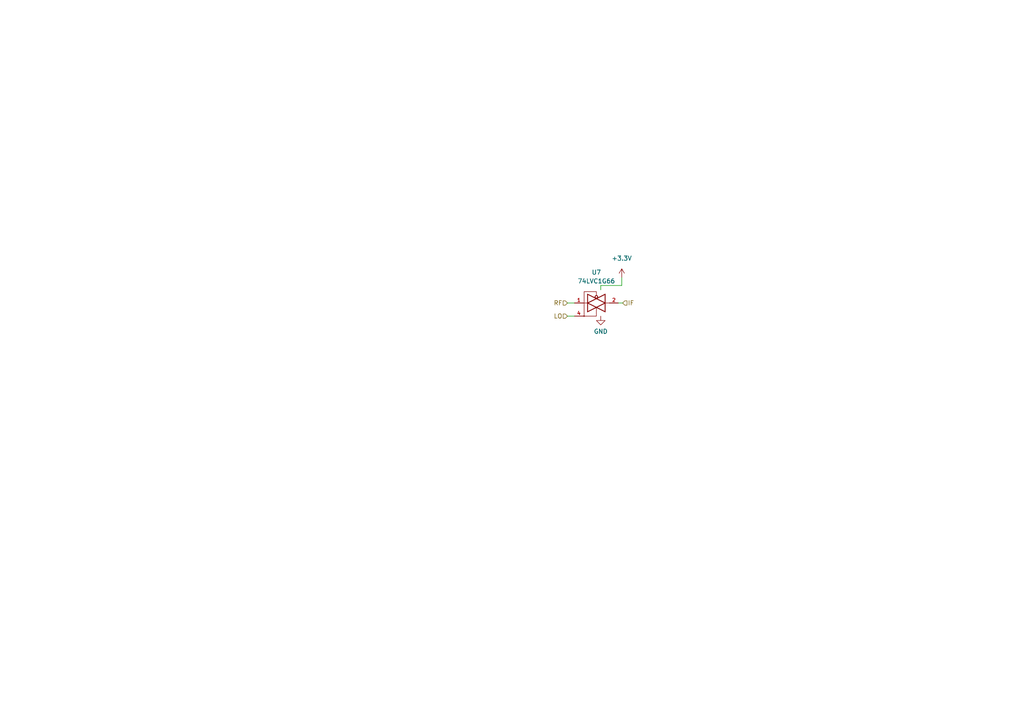
<source format=kicad_sch>
(kicad_sch (version 20211123) (generator eeschema)
  (paper "A4")
  (lib_symbols
    (symbol "74xGxx:74LVC1G66"
      (property "Reference" "U" (at -2.54 5.08 0))
      (property "Value" "74LVC1G66" (at 0 -5.08 0))
      (symbol "74LVC1G66_0_1"
        (circle (center -3.556 -3.81) (radius 0.127))
        (polyline (pts (xy -3.81 0) (xy -2.54 0)))
        (polyline (pts (xy -2.54 2.54) (xy -2.54 -2.54)) (stroke (width 0.254)))
        (polyline (pts (xy 2.54 0) (xy 3.81 0)))
        (polyline (pts (xy 2.54 2.54) (xy 2.54 -2.54)) (stroke (width 0.254)))
        (polyline (pts (xy -3.81 -3.81) (xy 0 -3.81) (xy 0 -1.27)))
        (polyline (pts (xy -2.54 -2.54) (xy 2.54 0) (xy -2.54 2.54)) (stroke (width 0.254)))
        (polyline (pts (xy 2.54 2.54) (xy -2.54 0) (xy 2.54 -2.54)) (stroke (width 0.254)))
        (polyline (pts (xy 0 2.159) (xy 0 3.302) (xy -3.556 3.302) (xy -3.556 -3.81)))
        (circle (center 0 1.778) (radius 0.381) (stroke (width 0.254)))
      )
      (symbol "74LVC1G66_1_1"
        (pin bidirectional line (at -6.35 0 0) (length 2.54) (name "~") (number "1"))
        (pin bidirectional line (at 6.35 0 180) (length 2.54) (name "~") (number "2"))
        (pin power_in line (at 1.27 -3.81 270) (length 0) hide (name "GND") (number "3"))
        (pin input line (at -6.35 -3.81 0) (length 2.54) (name "~") (number "4"))
        (pin power_in line (at 1.27 3.81 90) (length 0) hide (name "VCC") (number "5"))
      )
    )
    (symbol "power:+3.3V" (power) (pin_names (offset 0))
      (property "Value" "+3.3V" (at 0 3.556 0))
      (symbol "+3.3V_0_1"
        (polyline (pts (xy -0.762 1.27) (xy 0 2.54)))
        (polyline (pts (xy 0 0) (xy 0 2.54)))
        (polyline (pts (xy 0 2.54) (xy 0.762 1.27)))
      )
      (symbol "+3.3V_1_1"
        (pin power_in line (at 0 0 90) (length 0) hide (name "+3.3V") (number "1"))
      )
    )
    (symbol "power:GND" (power) (pin_names (offset 0))
      (property "Value" "GND" (at 0 -3.81 0))
      (symbol "GND_0_1"
        (polyline (pts (xy 0 0) (xy 0 -1.27) (xy 1.27 -1.27) (xy 0 -2.54) (xy -1.27 -1.27) (xy 0 -1.27)))
      )
      (symbol "GND_1_1"
        (pin power_in line (at 0 0 270) (length 0) hide (name "GND") (number "1"))
      )
    )
  )
  (wire (pts (xy 180.34 80.518) (xy 180.34 82.804)))
  (wire (pts (xy 164.592 87.884) (xy 166.624 87.884)))
  (wire (pts (xy 180.34 82.804) (xy 174.244 82.804)))
  (wire (pts (xy 164.592 91.694) (xy 166.624 91.694)))
  (wire (pts (xy 179.324 87.884) (xy 180.594 87.884)))
  (wire (pts (xy 174.244 82.804) (xy 174.244 84.074)))
  (hierarchical_label "LO" (shape input) (at 164.592 91.694 180))
  (hierarchical_label "RF" (shape input) (at 164.592 87.884 180))
  (hierarchical_label "IF" (shape input) (at 180.594 87.884 0))
  (symbol (lib_id "power:+3.3V") (at 180.34 80.518 0) (unit 1)
    (property "Reference" "#PWR057" (effects hide))
    (property "Value" "+3.3V" (at 180.34 74.93 0))
  )
  (symbol (lib_id "74xGxx:74LVC1G66") (at 172.974 87.884 0) (unit 1)
    (property "Reference" "U7" (at 172.974 78.994 0))
    (property "Value" "74LVC1G66" (at 172.974 81.534 0))
    (property "Footprint" "Package_TO_SOT_SMD:SOT-353_SC-70-5" (effects hide))
    (property "Datasheet" "http://www.ti.com/lit/ds/symlink/sn74lvc1g66.pdf" (effects hide))
  )
  (symbol (lib_id "power:GND") (at 174.244 91.694 0) (unit 1)
    (property "Reference" "#PWR044" (effects hide))
    (property "Value" "GND" (at 174.244 96.139 0))
  )
)
</source>
